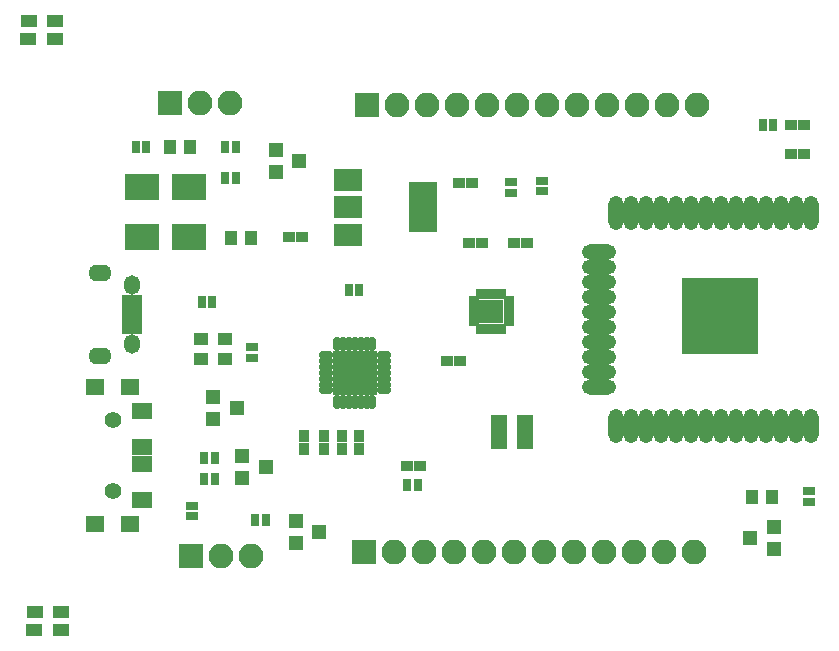
<source format=gts>
G04 #@! TF.GenerationSoftware,KiCad,Pcbnew,no-vcs-found-aeac415~59~ubuntu16.04.1*
G04 #@! TF.CreationDate,2017-08-23T23:17:54+02:00*
G04 #@! TF.ProjectId,GhostESP32,47686F737445535033322E6B69636164,rev?*
G04 #@! TF.SameCoordinates,Original*
G04 #@! TF.FileFunction,Soldermask,Top*
G04 #@! TF.FilePolarity,Negative*
%FSLAX46Y46*%
G04 Gerber Fmt 4.6, Leading zero omitted, Abs format (unit mm)*
G04 Created by KiCad (PCBNEW no-vcs-found-aeac415~59~ubuntu16.04.1) date Wed Aug 23 23:17:54 2017*
%MOMM*%
%LPD*%
G01*
G04 APERTURE LIST*
%ADD10R,2.100000X2.100000*%
%ADD11O,2.100000X2.100000*%
%ADD12R,2.900000X2.200000*%
%ADD13R,0.800000X1.000000*%
%ADD14R,1.400000X1.000000*%
%ADD15R,1.000000X0.900000*%
%ADD16R,0.900000X1.000000*%
%ADD17O,1.950000X1.400000*%
%ADD18O,1.350000X1.650000*%
%ADD19R,1.750000X0.800000*%
%ADD20R,1.000000X1.200000*%
%ADD21R,1.200000X1.000000*%
%ADD22R,1.275000X1.200000*%
%ADD23R,0.600000X0.950000*%
%ADD24R,0.950000X0.600000*%
%ADD25R,2.075000X2.075000*%
%ADD26O,0.700000X1.250000*%
%ADD27O,1.250000X0.700000*%
%ADD28O,1.300000X2.900000*%
%ADD29O,2.900000X1.300000*%
%ADD30R,6.400000X6.400000*%
%ADD31R,1.700000X1.400000*%
%ADD32C,1.400000*%
%ADD33R,1.500000X1.400000*%
%ADD34R,1.000000X0.800000*%
%ADD35R,2.400000X1.900000*%
%ADD36R,2.400000X4.200000*%
%ADD37R,1.300000X1.200000*%
%ADD38R,1.460000X1.050000*%
G04 APERTURE END LIST*
D10*
X125600000Y-125000000D03*
D11*
X128140000Y-125000000D03*
X130680000Y-125000000D03*
D12*
X125500000Y-93800000D03*
X121500000Y-93800000D03*
D13*
X128550000Y-93000000D03*
X129450000Y-93000000D03*
D14*
X112360000Y-131250000D03*
X112400000Y-129750000D03*
X114600000Y-129750000D03*
X114600000Y-131250000D03*
X114100000Y-81250000D03*
X114100000Y-79750000D03*
X111900000Y-79750000D03*
X111860000Y-81250000D03*
D15*
X143950000Y-117400000D03*
X145050000Y-117400000D03*
X154050000Y-98500000D03*
X152950000Y-98500000D03*
X148450000Y-108500000D03*
X147350000Y-108500000D03*
X150300000Y-98500000D03*
X149200000Y-98500000D03*
X176450000Y-91000000D03*
X177550000Y-91000000D03*
X177550000Y-88500000D03*
X176450000Y-88500000D03*
D16*
X138400000Y-114850000D03*
X138400000Y-115950000D03*
X139900000Y-115950000D03*
X139900000Y-114850000D03*
X136900000Y-114850000D03*
X136900000Y-115950000D03*
X135200000Y-115950000D03*
X135200000Y-114850000D03*
D15*
X148350000Y-93400000D03*
X149450000Y-93400000D03*
X133950000Y-98000000D03*
X135050000Y-98000000D03*
D17*
X117950000Y-108100000D03*
X117950000Y-101100000D03*
D18*
X120650000Y-107100000D03*
X120650000Y-102100000D03*
D19*
X120650000Y-105900000D03*
X120650000Y-105250000D03*
X120650000Y-104600000D03*
X120650000Y-103950000D03*
X120650000Y-103300000D03*
D20*
X130750000Y-98100000D03*
X129050000Y-98100000D03*
D21*
X128500000Y-108350000D03*
X128500000Y-106650000D03*
X126500000Y-108350000D03*
X126500000Y-106650000D03*
D20*
X125550000Y-90400000D03*
X123850000Y-90400000D03*
X174850000Y-120000000D03*
X173150000Y-120000000D03*
D12*
X125500000Y-98000000D03*
X121500000Y-98000000D03*
D22*
X150630000Y-103900000D03*
X150630000Y-104700000D03*
X151500000Y-103900000D03*
X151500000Y-104700000D03*
D23*
X150065000Y-102800000D03*
X150465000Y-102800000D03*
X150865000Y-102800000D03*
X151265000Y-102800000D03*
X151665000Y-102800000D03*
X152065000Y-102800000D03*
D24*
X152565000Y-103300000D03*
X152565000Y-103700000D03*
X152565000Y-104100000D03*
X152565000Y-104500000D03*
X152565000Y-104900000D03*
X152565000Y-105300000D03*
D23*
X152065000Y-105800000D03*
X151665000Y-105800000D03*
X151265000Y-105800000D03*
X150865000Y-105800000D03*
X150465000Y-105800000D03*
X150065000Y-105800000D03*
D24*
X149565000Y-105300000D03*
X149565000Y-104900000D03*
X149565000Y-104500000D03*
X149565000Y-104100000D03*
X149565000Y-103700000D03*
X149565000Y-103300000D03*
D25*
X138662500Y-108662500D03*
X138662500Y-110337500D03*
X140337500Y-108662500D03*
X140337500Y-110337500D03*
D26*
X138000000Y-107050000D03*
X138500000Y-107050000D03*
X139000000Y-107050000D03*
X139500000Y-107050000D03*
X140000000Y-107050000D03*
X140500000Y-107050000D03*
X141000000Y-107050000D03*
D27*
X141950000Y-108000000D03*
X141950000Y-108500000D03*
X141950000Y-109000000D03*
X141950000Y-109500000D03*
X141950000Y-110000000D03*
X141950000Y-110500000D03*
X141950000Y-111000000D03*
D26*
X141000000Y-111950000D03*
X140500000Y-111950000D03*
X140000000Y-111950000D03*
X139500000Y-111950000D03*
X139000000Y-111950000D03*
X138500000Y-111950000D03*
X138000000Y-111950000D03*
D27*
X137050000Y-111000000D03*
X137050000Y-110500000D03*
X137050000Y-110000000D03*
X137050000Y-109500000D03*
X137050000Y-109000000D03*
X137050000Y-108500000D03*
X137050000Y-108000000D03*
D28*
X178150000Y-114000000D03*
X176880000Y-114000000D03*
X175610000Y-114000000D03*
X174340000Y-114000000D03*
X173070000Y-114000000D03*
X171800000Y-114000000D03*
X170530000Y-114000000D03*
X169260000Y-114000000D03*
X167990000Y-114000000D03*
X166720000Y-114000000D03*
X165450000Y-114000000D03*
X164180000Y-114000000D03*
X162910000Y-114000000D03*
X161640000Y-114000000D03*
D29*
X160150000Y-110715000D03*
X160150000Y-109445000D03*
X160150000Y-108175000D03*
X160150000Y-106905000D03*
X160150000Y-105635000D03*
X160150000Y-104365000D03*
X160150000Y-103095000D03*
X160150000Y-101825000D03*
X160150000Y-100555000D03*
X160150000Y-99285000D03*
D28*
X161640000Y-96000000D03*
X162910000Y-96000000D03*
X164180000Y-96000000D03*
X165450000Y-96000000D03*
X166720000Y-96000000D03*
X167990000Y-96000000D03*
X169260000Y-96000000D03*
X170530000Y-96000000D03*
X171800000Y-96000000D03*
X173070000Y-96000000D03*
X174340000Y-96000000D03*
X175610000Y-96000000D03*
X176880000Y-96000000D03*
X178150000Y-96000000D03*
D30*
X170450000Y-104700000D03*
D31*
X121500000Y-112750000D03*
X121500000Y-115750000D03*
X121500000Y-117250000D03*
X121500000Y-120250000D03*
D32*
X119000000Y-119500000D03*
X119000000Y-113500000D03*
D33*
X120500000Y-110700000D03*
X117500000Y-110700000D03*
X120500000Y-122300000D03*
X117500000Y-122300000D03*
D11*
X128980000Y-86700000D03*
X126440000Y-86700000D03*
D10*
X123900000Y-86700000D03*
X140300000Y-124700000D03*
D11*
X142840000Y-124700000D03*
X145380000Y-124700000D03*
X147920000Y-124700000D03*
X150460000Y-124700000D03*
X153000000Y-124700000D03*
X155540000Y-124700000D03*
X158080000Y-124700000D03*
X160620000Y-124700000D03*
X163160000Y-124700000D03*
X165700000Y-124700000D03*
X168240000Y-124700000D03*
X168460000Y-86800000D03*
X165920000Y-86800000D03*
X163380000Y-86800000D03*
X160840000Y-86800000D03*
X158300000Y-86800000D03*
X155760000Y-86800000D03*
X153220000Y-86800000D03*
X150680000Y-86800000D03*
X148140000Y-86800000D03*
X145600000Y-86800000D03*
X143060000Y-86800000D03*
D10*
X140520000Y-86800000D03*
D13*
X129450000Y-90400000D03*
X128550000Y-90400000D03*
X144850000Y-119000000D03*
X143950000Y-119000000D03*
D34*
X152700000Y-93350000D03*
X152700000Y-94250000D03*
D13*
X126750000Y-116700000D03*
X127650000Y-116700000D03*
X127650000Y-118500000D03*
X126750000Y-118500000D03*
D34*
X130800000Y-107350000D03*
X130800000Y-108250000D03*
D13*
X126550000Y-103500000D03*
X127450000Y-103500000D03*
X120950000Y-90400000D03*
X121850000Y-90400000D03*
X174050000Y-88500000D03*
X174950000Y-88500000D03*
X139900000Y-102500000D03*
X139000000Y-102500000D03*
X132000000Y-122000000D03*
X131100000Y-122000000D03*
D34*
X125700000Y-121650000D03*
X125700000Y-120750000D03*
X155400000Y-94150000D03*
X155400000Y-93250000D03*
X178000000Y-119550000D03*
X178000000Y-120450000D03*
D35*
X138950000Y-93200000D03*
X138950000Y-97800000D03*
X138950000Y-95500000D03*
D36*
X145250000Y-95500000D03*
D37*
X129500000Y-112500000D03*
X127500000Y-113450000D03*
X127500000Y-111550000D03*
X175000000Y-124450000D03*
X175000000Y-122550000D03*
X173000000Y-123500000D03*
X132000000Y-117500000D03*
X130000000Y-118450000D03*
X130000000Y-116550000D03*
X132800000Y-90650000D03*
X132800000Y-92550000D03*
X134800000Y-91600000D03*
X136500000Y-123000000D03*
X134500000Y-123950000D03*
X134500000Y-122050000D03*
D38*
X153900000Y-114500000D03*
X153900000Y-113550000D03*
X153900000Y-115450000D03*
X151700000Y-115450000D03*
X151700000Y-114500000D03*
X151700000Y-113550000D03*
M02*

</source>
